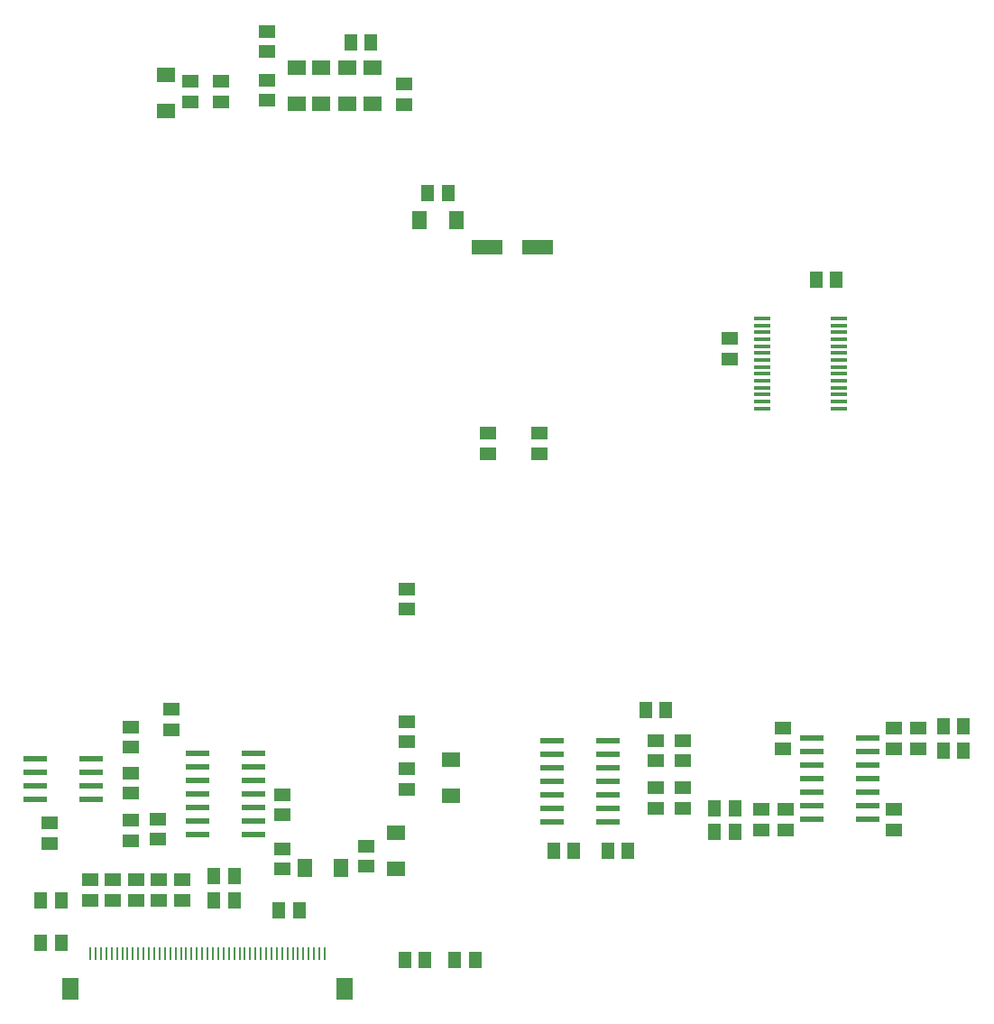
<source format=gbr>
G04 EAGLE Gerber RS-274X export*
G75*
%MOMM*%
%FSLAX34Y34*%
%LPD*%
%INSolderpaste Bottom*%
%IPPOS*%
%AMOC8*
5,1,8,0,0,1.08239X$1,22.5*%
G01*
%ADD10R,2.200000X0.600000*%
%ADD11R,1.300000X1.500000*%
%ADD12R,1.500000X1.300000*%
%ADD13R,1.800000X1.400000*%
%ADD14R,1.400000X1.800000*%
%ADD15R,3.000000X1.400000*%
%ADD16R,1.500000X0.400000*%
%ADD17R,0.250000X1.250000*%
%ADD18R,1.650000X2.050000*%


D10*
X870620Y246380D03*
X922620Y246380D03*
X870620Y233680D03*
X870620Y259080D03*
X870620Y271780D03*
X922620Y233680D03*
X922620Y259080D03*
X922620Y271780D03*
X870620Y297180D03*
X922620Y297180D03*
X870620Y284480D03*
X870620Y309880D03*
X922620Y284480D03*
X922620Y309880D03*
X385480Y267970D03*
X437480Y267970D03*
X385480Y255270D03*
X385480Y280670D03*
X385480Y293370D03*
X437480Y255270D03*
X437480Y280670D03*
X437480Y293370D03*
X1114460Y248920D03*
X1166460Y248920D03*
X1114460Y236220D03*
X1114460Y261620D03*
X1114460Y274320D03*
X1166460Y236220D03*
X1166460Y261620D03*
X1166460Y274320D03*
X1114460Y299720D03*
X1166460Y299720D03*
X1114460Y287020D03*
X1114460Y312420D03*
X1166460Y287020D03*
X1166460Y312420D03*
X537880Y234950D03*
X589880Y234950D03*
X537880Y222250D03*
X537880Y247650D03*
X537880Y260350D03*
X589880Y222250D03*
X589880Y247650D03*
X589880Y260350D03*
X537880Y285750D03*
X589880Y285750D03*
X537880Y273050D03*
X537880Y298450D03*
X589880Y273050D03*
X589880Y298450D03*
D11*
X922680Y207010D03*
X941680Y207010D03*
D12*
X967740Y266040D03*
X967740Y247040D03*
D11*
X1023010Y224790D03*
X1042010Y224790D03*
X1023010Y246380D03*
X1042010Y246380D03*
D12*
X1066800Y226720D03*
X1066800Y245720D03*
X1089660Y245720D03*
X1089660Y226720D03*
X1087120Y321920D03*
X1087120Y302920D03*
D11*
X958240Y339090D03*
X977240Y339090D03*
D12*
X993140Y291490D03*
X993140Y310490D03*
D11*
X1256640Y323850D03*
X1237640Y323850D03*
X1256640Y300990D03*
X1237640Y300990D03*
D12*
X1214120Y321920D03*
X1214120Y302920D03*
X1191260Y302920D03*
X1191260Y321920D03*
X1191260Y226720D03*
X1191260Y245720D03*
X474980Y261010D03*
X474980Y280010D03*
X474980Y216560D03*
X474980Y235560D03*
X500380Y236830D03*
X500380Y217830D03*
X513080Y339700D03*
X513080Y320700D03*
X734060Y433730D03*
X734060Y452730D03*
X695960Y192430D03*
X695960Y211430D03*
X734060Y309270D03*
X734060Y328270D03*
X734060Y264820D03*
X734060Y283820D03*
D13*
X723900Y224010D03*
X723900Y190010D03*
X775970Y292590D03*
X775970Y258590D03*
D11*
X890880Y207010D03*
X871880Y207010D03*
D12*
X993140Y266040D03*
X993140Y247040D03*
X967740Y291490D03*
X967740Y310490D03*
X398780Y214020D03*
X398780Y233020D03*
X474980Y323190D03*
X474980Y304190D03*
X617220Y240690D03*
X617220Y259690D03*
D14*
X638320Y190500D03*
X672320Y190500D03*
D12*
X617220Y189890D03*
X617220Y208890D03*
X560070Y909980D03*
X560070Y928980D03*
X530860Y928980D03*
X530860Y909980D03*
D13*
X508000Y901210D03*
X508000Y935210D03*
X631190Y907560D03*
X631190Y941560D03*
X654050Y907560D03*
X654050Y941560D03*
D14*
X780270Y798830D03*
X746270Y798830D03*
D12*
X810260Y598780D03*
X810260Y579780D03*
X858520Y598780D03*
X858520Y579780D03*
D11*
X753770Y824230D03*
X772770Y824230D03*
D15*
X809120Y773430D03*
X857120Y773430D03*
D16*
X1067380Y621960D03*
X1067380Y628460D03*
X1067380Y634960D03*
X1067380Y641460D03*
X1067380Y647960D03*
X1067380Y654460D03*
X1067380Y660960D03*
X1067380Y667460D03*
X1067380Y673960D03*
X1067380Y680460D03*
X1067380Y686960D03*
X1067380Y693460D03*
X1067380Y699960D03*
X1067380Y706460D03*
X1139880Y706460D03*
X1139880Y699960D03*
X1139880Y693460D03*
X1139880Y686960D03*
X1139880Y680460D03*
X1139880Y673960D03*
X1139880Y667460D03*
X1139880Y660960D03*
X1139880Y654460D03*
X1139880Y647960D03*
X1139880Y641460D03*
X1139880Y634960D03*
X1139880Y628460D03*
X1139880Y621960D03*
D12*
X1037590Y687680D03*
X1037590Y668680D03*
D11*
X1137260Y742950D03*
X1118260Y742950D03*
X779170Y104140D03*
X798170Y104140D03*
D17*
X657050Y109970D03*
X652050Y109970D03*
X647050Y109970D03*
X642050Y109970D03*
X637050Y109970D03*
X632050Y109970D03*
X627050Y109970D03*
X622050Y109970D03*
X617050Y109970D03*
X612050Y109970D03*
X607050Y109970D03*
X602050Y109970D03*
X597050Y109970D03*
X592050Y109970D03*
X587050Y109970D03*
X582050Y109970D03*
X577050Y109970D03*
X572050Y109970D03*
X567050Y109970D03*
X562050Y109970D03*
X557050Y109970D03*
X552050Y109970D03*
X547050Y109970D03*
X542050Y109970D03*
X537050Y109970D03*
X532050Y109970D03*
X527050Y109970D03*
X522050Y109970D03*
X517050Y109970D03*
X512050Y109970D03*
X507050Y109970D03*
X502050Y109970D03*
X497050Y109970D03*
X492050Y109970D03*
X487050Y109970D03*
X482050Y109970D03*
X477050Y109970D03*
X472050Y109970D03*
X467050Y109970D03*
X462050Y109970D03*
X457050Y109970D03*
X452050Y109970D03*
X447050Y109970D03*
X442050Y109970D03*
X437050Y109970D03*
D18*
X418050Y77470D03*
X676050Y77470D03*
D11*
X732180Y104140D03*
X751180Y104140D03*
X614070Y151130D03*
X633070Y151130D03*
X572110Y182880D03*
X553110Y182880D03*
X572110Y160020D03*
X553110Y160020D03*
D12*
X523240Y160680D03*
X523240Y179680D03*
X501650Y160680D03*
X501650Y179680D03*
X480060Y160680D03*
X480060Y179680D03*
X458470Y160680D03*
X458470Y179680D03*
X436880Y160680D03*
X436880Y179680D03*
D11*
X409550Y160020D03*
X390550Y160020D03*
X409550Y120650D03*
X390550Y120650D03*
D12*
X603250Y930250D03*
X603250Y911250D03*
X603250Y975970D03*
X603250Y956970D03*
D13*
X678180Y907560D03*
X678180Y941560D03*
D12*
X731520Y926440D03*
X731520Y907440D03*
D11*
X681380Y965200D03*
X700380Y965200D03*
D13*
X702310Y907560D03*
X702310Y941560D03*
M02*

</source>
